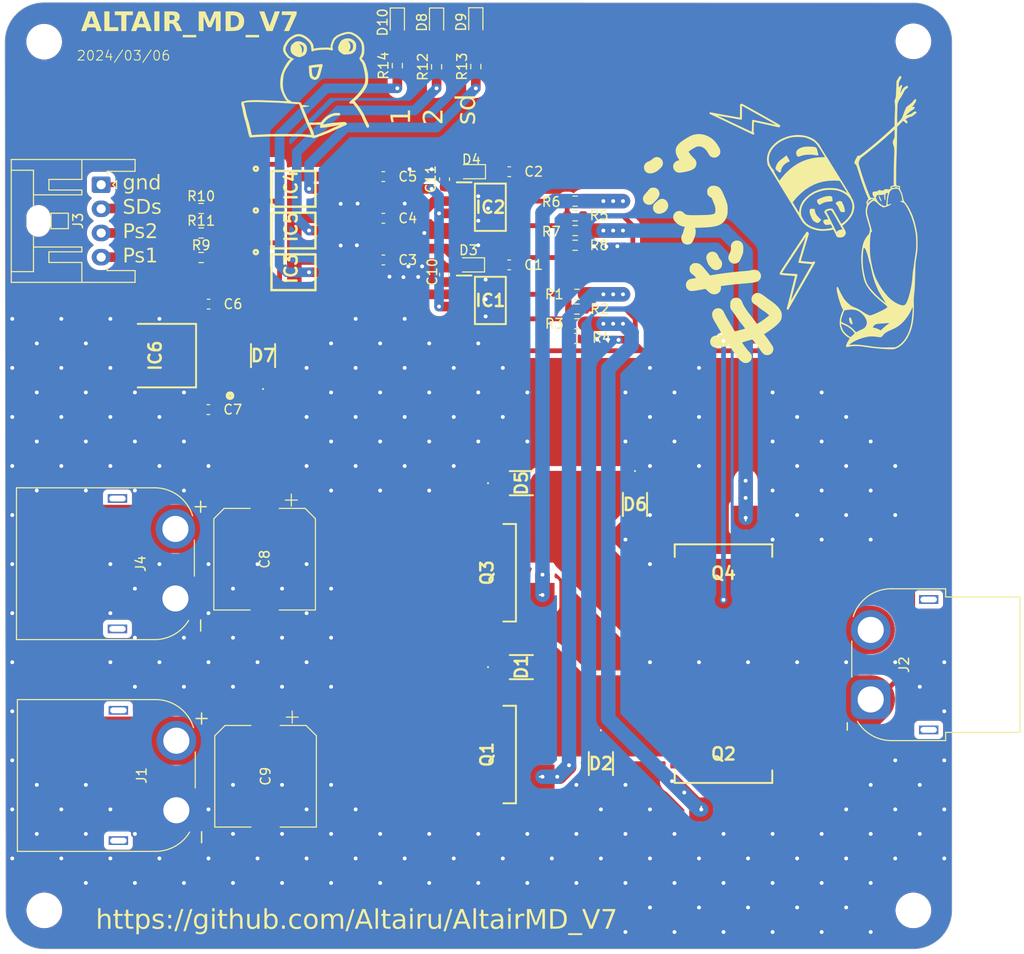
<source format=kicad_pcb>
(kicad_pcb (version 20240108) (generator "pcbnew") (generator_version "8.0")
  (layers (0 "F.Cu" signal) (31 "B.Cu" signal) (34 "B.Paste" user) (35 "F.Paste" user) (36 "B.SilkS" user "B.Silkscreen") (37 "F.SilkS" user "F.Silkscreen") (38 "B.Mask" user) (39 "F.Mask" user) (44 "Edge.Cuts" user))
  (net 0 "")
  (net 1 "GND")
  (net 2 "Net-(D3-K)")
  (net 3 "Net-(D1-A)")
  (net 4 "Net-(D4-K)")
  (net 5 "Net-(D5-A)")
  (net 6 "+12V")
  (net 7 "GND2")
  (net 8 "+24V")
  (net 9 "Net-(D8-A)")
  (net 10 "Net-(D9-A)")
  (net 11 "Net-(D10-A)")
  (net 12 "PWM1")
  (net 13 "SD")
  (net 14 "Net-(IC1-LO)")
  (net 15 "Net-(IC1-HO)")
  (net 16 "PWM2")
  (net 17 "Net-(IC2-LO)")
  (net 18 "Net-(IC2-HO)")
  (net 19 "Net-(IC3-ANODE)")
  (net 20 "Net-(IC4-ANODE)")
  (net 21 "Net-(IC5-ANODE)")
  (net 22 "Ps1")
  (net 23 "Ps2")
  (net 24 "SDs")
  (net 25 "Net-(Q1-Pad1)")
  (net 26 "Net-(Q2-Pad1)")
  (net 27 "Net-(Q3-Pad1)")
  (net 28 "Net-(Q4-Pad1)")
  (footprint "AltairMD_V6:altair1" (layer "F.Cu") (at 138.938 54.61)
    (property "Reference" "G***" (hide yes))
    (property "Value" "LOGO" (hide yes))
  )
  (footprint "Capacitor_SMD:CP_Elec_10x10" (layer "F.Cu") (at 132.816 103.632 -90)
    (property "Reference" "C8")
    (property "Value" "330uF")
  )
  (footprint "Resistor_SMD:R_0603_1608Metric" (layer "F.Cu") (at 165.163 79.248)
    (property "Reference" "R3")
    (property "Value" "10")
  )
  (footprint "SamacSys_Parts:RF201LAM2STR" (layer "F.Cu") (at 159.4 95.758 90)
    (property "Reference" "D5")
    (property "Value" "RF201LAM2STR" (hide yes))
  )
  (footprint "SamacSys_Parts:SOIC127P600X175-8N" (layer "F.Cu") (at 156.191 76.835)
    (property "Reference" "IC1")
    (property "Value" "IR2302STRPBF" (hide yes))
  )
  (footprint "MountingHole:MountingHole_3.2mm_M3" (layer "F.Cu") (at 200 50)
    (property "Reference" "H2" (hide yes))
    (property "Value" "MountingHole" (hide yes))
  )
  (footprint "Resistor_SMD:R_0603_1608Metric" (layer "F.Cu") (at 165.163 77.724 180)
    (property "Reference" "R2")
    (property "Value" "1k")
  )
  (footprint "Resistor_SMD:R_0603_1608Metric" (layer "F.Cu") (at 126.238 72.39)
    (property "Reference" "R9")
    (property "Value" "100")
  )
  (footprint "SamacSys_Parts:11-4L1S_5-PIN-SOIC_" (layer "F.Cu") (at 135.801 69.596 -90)
    (property "Reference" "IC5")
    (property "Value" "TLP152" (hide yes))
  )
  (footprint "Diode_SMD:D_0603_1608Metric" (layer "F.Cu") (at 154.2035 63.5 180)
    (property "Reference" "D4")
    (property "Value" "D" (hide yes))
  )
  (footprint "Resistor_SMD:R_0603_1608Metric" (layer "F.Cu") (at 164.972 69.596)
    (property "Reference" "R7")
    (property "Value" "10")
  )
  (footprint "SamacSys_Parts:R6024KNJTL" (layer "F.Cu") (at 180.333 105.717 180)
    (property "Reference" "Q4")
    (property "Value" "RSJ400N06FRATL" (hide yes))
  )
  (footprint "LOGO" (layer "F.Cu") (at 186.436 68.326 90)
    (property "Reference" "G***" (hide yes))
    (property "Value" "LOGO" (hide yes))
  )
  (footprint "LED_SMD:LED_0603_1608Metric" (layer "F.Cu") (at 154.686 48.006 -90)
    (property "Reference" "D9")
    (property "Value" "LED")
  )
  (footprint "Connector_AMASS:AMASS_XT60PW-M_1x02_P7.20mm_Horizontal" (layer "F.Cu") (at 123.576 107.696 90)
    (property "Reference" "J4")
    (property "Value" "power")
  )
  (footprint "SamacSys_Parts:TO-252-3-L1" (layer "F.Cu") (at 119.675 82.55 90)
    (property "Reference" "IC6")
    (property "Value" "NJM7800S-DL1" (hide yes))
  )
  (footprint "Resistor_SMD:R_0603_1608Metric" (layer "F.Cu") (at 150.622 52.641 90)
    (property "Reference" "R12")
    (property "Value" "1k")
  )
  (footprint "Diode_SMD:D_0603_1608Metric" (layer "F.Cu") (at 154.1025 73.152 180)
    (property "Reference" "D3")
    (property "Value" "D" (hide yes))
  )
  (footprint "Capacitor_SMD:CP_Elec_10x10" (layer "F.Cu") (at 132.912 126.11 -90)
    (property "Reference" "C9")
    (property "Value" "330uF")
  )
  (footprint "SamacSys_Parts:R6024KNJTL" (layer "F.Cu") (at 155.215 105.034 90)
    (property "Reference" "Q3")
    (property "Value" "RSJ400N06FRATL" (hide yes))
  )
  (footprint "SamacSys_Parts:RF201LAM2STR" (layer "F.Cu") (at 167.64 124.8)
    (property "Reference" "D2")
    (property "Value" "RF201LAM2STR" (hide yes))
  )
  (footprint "Capacitor_SMD:C_0603_1608Metric" (layer "F.Cu") (at 158.141 73.152 180)
    (property "Reference" "C1")
    (property "Value" "0.1u" (hide yes))
  )
  (footprint "Capacitor_SMD:C_0603_1608Metric" (layer "F.Cu") (at 151.447 74.155 90)
    (property "Reference" "C10")
    (property "Value" "0.1u")
  )
  (footprint "Capacitor_SMD:C_0603_1608Metric" (layer "F.Cu") (at 145.11 68.326)
    (property "Reference" "C4")
    (property "Value" "0.1u")
  )
  (footprint "Resistor_SMD:R_0603_1608Metric" (layer "F.Cu") (at 164.972 66.548)
    (property "Reference" "R6")
    (property "Value" "10")
  )
  (footprint "Resistor_SMD:R_0603_1608Metric" (layer "F.Cu") (at 126.238 69.85)
    (property "Reference" "R11")
    (property "Value" "100")
  )
  (footprint "Resistor_SMD:R_0603_1608Metric" (layer "F.Cu") (at 146.558 52.515 90)
    (property "Reference" "R14")
    (property "Value" "1k")
  )
  (footprint "Connector_JST:JST_XA_S04B-XASK-1_1x04_P2.50mm_Horizontal" (layer "F.Cu") (at 115.887 64.85 -90)
    (property "Reference" "J3")
    (property "Value" "Conn")
  )
  (footprint "Resistor_SMD:R_0603_1608Metric" (layer "F.Cu") (at 126.238 67.31)
    (property "Reference" "R10")
    (property "Value" "100")
  )
  (footprint "SamacSys_Parts:RF201LAM2STR" (layer "F.Cu") (at 159.4 114.808 90)
    (property "Reference" "D1")
    (property "Value" "RF201LAM2STR" (hide yes))
  )
  (footprint "SamacSys_Parts:RF201LAM2STR" (layer "F.Cu") (at 132.651 82.55 180)
    (property "Reference" "D7")
    (property "Value" "RF201LAM2STR" (hide yes))
  )
  (footprint "SamacSys_Parts:RF201LAM2STR" (layer "F.Cu") (at 171.17 97.958)
    (property "Reference" "D6")
    (property "Value" "RF201LAM2STR" (hide yes))
  )
  (footprint "Capacitor_SMD:C_0603_1608Metric" (layer "F.Cu") (at 127.013 77.216 180)
    (property "Reference" "C6")
    (property "Value" "0.1u")
  )
  (footprint "SamacSys_Parts:R6024KNJTL" (layer "F.Cu") (at 155.215 123.858 90)
    (property "Reference" "Q1")
    (property "Value" "RSJ400N06FRATL" (hide yes))
  )
  (footprint "Connector_AMASS:AMASS_XT60PW-M_1x02_P7.20mm_Horizontal" (layer "F.Cu") (at 123.672 129.628 90)
    (property "Reference" "J1")
    (property "Value" "power")
  )
  (footprint "Resistor_SMD:R_0603_1608Metric" (layer "F.Cu") (at 164.972 71.12 180)
    (property "Reference" "R8")
    (property "Value" "1k")
  )
  (footprint "Connector_AMASS:AMASS_XT60PW-F_1x02_P7.20mm_Horizontal" (layer "F.Cu") (at 195.58 118.154 -90)
    (property "Reference" "J2")
    (property "Value" "motor")
  )
  (footprint "Capacitor_SMD:C_0603_1608Metric" (layer "F.Cu") (at 145.11 64.008)
    (property "Reference" "C5")
    (property "Value" "0.1u")
  )
  (footprint "MountingHole:MountingHole_3.2mm_M3" (layer "F.Cu") (at 109.982 50.038)
    (property "Reference" "H1" (hide yes))
    (property "Value" "MountingHole" (hide yes))
  )
  (footprint "Capacitor_SMD:C_0603_1608Metric" (layer "F.Cu") (at 151.447 64.275 90)
    (property "Reference" "C11")
    (property "Value" "0.1u")
  )
  (footprint "Resistor_SMD:R_0603_1608Metric" (layer "F.Cu") (at 165.163 76.2)
    (property "Reference" "R1")
    (property "Value" "10")
  )
  (footprint "SamacSys_Parts:11-4L1S_5-PIN-SOIC_" (layer "F.Cu") (at 135.801 65.278 -90)
    (property "Reference" "IC4")
    (property "Value" "TLP152" (hide yes))
  )
  (footprint "SamacSys_Parts:SOIC127P600X175-8N" (layer "F.Cu") (at 156.191 67.183)
    (property "Reference" "IC2")
    (property "Value" "IR2302STRPBF" (hide yes))
  )
  (footprint "MountingHole:MountingHole_3.2mm_M3" (layer "F.Cu") (at 110 140)
    (property "Reference" "H3" (hide yes))
    (property "Value" "MountingHole" (hide yes))
  )
  (footprint "SamacSys_Parts:R6024KNJTL" (layer "F.Cu") (at 180.333 123.175)
    (property "Reference" "Q2")
    (property "Value" "RSJ400N06FRATL" (hide yes))
  )
  (footprint "Capacitor_SMD:C_0603_1608Metric" (layer "F.Cu") (at 145.11 72.644)
    (property "Reference" "C3")
    (property "Value" "0.1u")
  )
  (footprint "Resistor_SMD:R_0603_1608Metric" (layer "F.Cu") (at 164.972 68.072 180)
    (property "Reference" "R5")
    (property "Value" "1k")
  )
  (footprint "LED_SMD:LED_0603_1608Metric" (layer "F.Cu") (at 146.558 48.0315 -90)
    (property "Reference" "D10")
    (property "Value" "LED")
  )
  (footprint "MountingHole:MountingHole_3.2mm_M3" (layer "F.Cu") (at 200 140)
    (property "Reference" "H4" (hide yes))
    (property "Value" "MountingHole" (hide yes))
  )
  (footprint "SamacSys_Parts:11-4L1S_5-PIN-SOIC_" (layer "F.Cu") (at 135.801 73.914 -90)
    (property "Reference" "IC3")
    (property "Value" "TLP152" (hide yes))
  )
  (footprint "Capacitor_SMD:C_0603_1608Metric" (layer "F.Cu") (at 158.154 63.5 180)
    (property "Reference" "C2")
    (property "Value" "0.1u" (hide yes))
  )
  (footprint "Capacitor_SMD:C_0603_1608Metric" (layer "F.Cu") (at 126.987 88.138 180)
    (property "Reference" "C7")
    (property "Value" "47u")
  )
  (footprint "LED_SMD:LED_0603_1608Metric" (layer "F.Cu") (at 150.622 48.0315 -90)
    (property "Reference" "D8")
    (property "Value" "LED")
  )
  (footprint "Resistor_SMD:R_0603_1608Metric" (layer "F.Cu") (at 165.163 80.772 180)
    (property "Reference" "R4")
    (property "Value" "1k")
  )
  (footprint "Resistor_SMD:R_0603_1608Metric" (layer "F.Cu") (at 154.686 52.6155 90)
    (property "Reference" "R13")
    (property "Value" "1k")
  )
  (gr_line (start 105.918 50.038) (end 106 140) (stroke (width 0.05)) (layer "Edge.Cuts"))
  (gr_arc (start 200 46) (mid 202.828427 47.171573) (end 204 50) (stroke (width 0.05)) (layer "Edge.Cuts"))
  (gr_line (start 204 140) (end 204 50) (stroke (width 0.05)) (layer "Edge.Cuts"))
  (gr_arc (start 110 144) (mid 107.171573 142.828427) (end 106 140) (stroke (width 0.05)) (layer "Edge.Cuts"))
  (gr_arc (start 105.918 50.038) (mid 107.108318 47.164318) (end 109.982 45.974) (stroke (width 0.05)) (layer "Edge.Cuts"))
  (gr_arc (start 204 140) (mid 202.828427 142.828427) (end 200 144) (stroke (width 0.05)) (layer "Edge.Cuts"))
  (gr_line (start 200 46) (end 109.982 45.974) (stroke (width 0.05)) (layer "Edge.Cuts"))
  (gr_line (start 110 144) (end 200 144) (stroke (width 0.05)) (layer "Edge.Cuts"))
  (gr_text "gnd\nSDs\nPs2\nPs1" (at 118.11 73.152 0) (layer "F.SilkS") (effects (font (size 1.5 1.5)) (justify left bottom)))
  (gr_text "1\n2\nsd" (at 154.94 58.674 90) (layer "F.SilkS") (effects (font (size 2 2)) (justify left bottom)))
  (gr_text "2024/03/06" (at 113.284 52.07 0) (layer "F.SilkS") (effects (font (size 1 1) (thickness 0.1)) (justify left bottom)))
  (gr_text "ALTAIR_MD_V7\n" (at 113.792 49.276 0) (layer "F.SilkS") (effects (font (size 2 2) (thickness 0.3) (bold yes)) (justify left bottom)))
  (gr_text "https://github.com/Altairu/AltairMD_V7" (at 115.316 142.24 0) (layer "F.SilkS") (effects (font (size 2 2)) (justify left bottom)))
  (segment (start 134.112 75.184) (end 132.651 75.184) (width 0.5) (layer "F.Cu") (net 1))
  (segment (start 134.366 67.056) (end 134.366 70.866) (width 0.5) (layer "F.Cu") (net 1))
  (segment (start 126.666 64.85) (end 115.887 64.85) (width 0.5) (layer "F.Cu") (net 1))
  (segment (start 132.651 70.866) (end 134.366 70.866) (width 0.5) (layer "F.Cu") (net 1))
  (segment (start 134.366 62.738) (end 128.778 62.738) (width 0.5) (layer "F.Cu") (net 1))
  (segment (start 128.778 62.738) (end 126.666 64.85) (width 0.5) (layer "F.Cu") (net 1))
  (segment (start 134.366 70.866) (end 134.366 74.93) (width 0.5) (layer "F.Cu") (net 1))
  (segment (start 132.651 66.548) (end 133.858 66.548) (width 0.5) (layer "F.Cu") (net 1))
  (segment (start 133.858 66.548) (end 134.366 67.056) (width 0.5) (layer "F.Cu") (net 1))
  (segment (start 134.366 74.93) (end 134.112 75.184) (width 0.5) (layer "F.Cu") (net 1))
  (segment (start 134.366 67.056) (end 134.366 62.738) (width 0.5) (layer "F.Cu") (net 1))
  (segment (start 157.988 71.628) (end 158.916 72.556) (width 0.5) (layer "F.Cu") (net 2))
  (segment (start 154.89 73.152) (end 154.89 72.694) (width 0.5) (layer "F.Cu") (net 2))
  (segment (start 158.916 72.556) (end 158.916 73.152) (width 0.5) (layer "F.Cu") (net 2))
  (segment (start 154.89 72.694) (end 155.956 71.628) (width 0.5) (layer "F.Cu") (net 2))
  (segment (start 158.916 74.917) (end 158.903 74.93) (width 0.5) (layer "F.Cu") (net 2))
  (segment (start 155.956 71.628) (end 157.988 71.628) (width 0.5) (layer "F.Cu") (net 2))
  (segment (start 158.916 73.152) (end 158.916 74.917) (width 0.5) (layer "F.Cu") (net 2))
  (segment (start 161.6 121.548) (end 161.59 121.558) (width 1.5) (layer "F.Cu") (net 3))
  (segment (start 170.434 82.042) (end 171.196 81.28) (width 0.5) (layer "F.Cu") (net 3))
  (segment (start 180.333 121.05) (end 192.684 121.05) (width 5) (layer "F.Cu") (net 3))
  (segment (start 179.825 121.558) (end 161.59 121.558) (width 5) (layer "F.Cu") (net 3))
  (segment (start 195.58 118.154) (end 164.946 118.154) (width 5) (layer "F.Cu") (net 3))
  (segment (start 171.196 81.28) (end 171.958 82.042) (width 0.5) (layer "F.Cu") (net 3))
  (segment (start 170.18 77.724) (end 165.988 77.724) (width 0.5) (layer "F.Cu") (net 3))
  (segment (start 157.48 76.962) (end 157.48 80.264) (width 0.5) (layer "F.Cu") (net 3))
  (segment (start 170.18 82.042) (end 171.196 82.042) (width 0.5) (layer "F.Cu") (net 3))
  (segment (start 199.9234 91.7194) (end 199.9234 114.5006) (width 0.5) (layer "F.Cu") (net 3))
  (segment (start 157.988 77.47) (end 158.903 77.47) (width 0.5) (layer "F.Cu") (net 3))
  (segment (start 157.366 73.152) (end 157.366 76.848) (width 0.5) (layer "F.Cu") (net 3))
  (segment (start 171.196 81.28) (end 171.196 78.74) (width 0.5) (layer "F.Cu") (net 3))
  (segment (start 171.196 81.28) (end 171.196 82.042) (width 0.5) (layer "F.Cu") (net 3))
  (segment (start 161.6 114.808) (end 161.6 121.548) (width 5) (layer "F.Cu") (net 3))
  (segment (start 190.246 82.042) (end 199.9234 91.7194) (width 0.5) (layer "F.Cu") (net 3))
  (segment (start 157.366 76.848) (end 157.48 76.962) (width 0.5) (layer "F.Cu") (net 3))
  (segment (start 170.18 82.042) (end 170.434 82.042) (width 0.5) (layer "F.Cu") (net 3))
  (segment (start 164.946 118.154) (end 161.6 114.808) (width 5) (layer "F.Cu") (net 3))
  (segment (start 157.48 80.264) (end 159.258 82.042) (width 0.5) (layer "F.Cu") (net 3))
  (segment (start 180.333 121.05) (end 179.825 121.558) (width 5) (layer "F.Cu") (net 3))
  (segment (start 171.196 82.042) (end 171.958 82.042) (width 0.5) (layer "F.Cu") (net 3))
  (segment (start 157.48 76.962) (end 157.988 77.47) (width 0.5) (layer "F.Cu") (net 3))
  (segment (start 192.684 121.05) (end 195.58 118.154) (width 5) (layer "F.Cu") (net 3))
  (segment (start 171.196 78.74) (end 170.18 77.724) (width 0.5) (layer "F.Cu") (net 3))
  (segment (start 159.258 82.042) (end 170.18 82.042) (width 0.5) (layer "F.Cu") (net 3))
  (segment (start 199.9234 114.5006) (end 196.27 118.154) (width 0.5) (layer "F.Cu") (net 3))
  (segment (start 171.958 82.042) (end 190.246 82.042) (width 0.5) (layer "F.Cu") (net 3))
  (segment (start 156.515 61.976) (end 157.405 61.976) (width 0.5) (layer "F.Cu") (net 4))
  (segment (start 158.929 63.5) (end 158.929 65.252) (width 0.5) (layer "F.Cu") (net 4))
  (segment (start 154.991 63.5) (end 156.515 61.976) (width 0.5) (layer "F.Cu") (net 4))
  (segment (start 157.405 61.976) (end 158.929 63.5) (width 0.5) (layer "F.Cu") (net 4))
  (segment (start 158.929 65.252) (end 158.903 65.278) (width 0.5) (layer "F.Cu") (net 4))
  (segment (start 170.434 72.898) (end 170.942 72.898) (width 0.5) (layer "F.Cu") (net 5))
  (segment (start 171.17 95.758) (end 166.611 100.317) (width 2.54) (layer "F.Cu") (net 5))
  (segment (start 169.926 72.39) (end 170.18 72.644) (width 0.5) (layer "F.Cu") (net 5))
  (segment (start 170.561 72.263) (end 170.18 72.644) (width 0.5) (layer "F.Cu") (net 5))
  (segment (start 168.148 95.758) (end 170.18 95.758) (width 2.54) (layer "F.Cu") (net 5))
  (segment (start 170.942 71.374) (end 170.942 72.898) (width 0.5) (layer "F.Cu") (net 5))
  (segment (start 173.11 110.954) (end 169.998 107.842) (width 5) (layer "F.Cu") (net 5))
  (segment (start 158.1855 67.818) (end 158.903 67.818) (width 0.5) (layer "F.Cu") (net 5))
  (segment (start 164.592 95.758) (end 168.148 95.758) (width 2.54) (layer "F.Cu") (net 5))
  (segment (start 169.926 68.072) (end 165.797 68.072) (width 0.5) (layer "F.Cu") (net 5))
  (segment (start 164.592 99.314) (end 164.89 99.612) (width 5) (layer "F.Cu") (net 5))
  (segment (start 170.307 72.009) (end 170.561 71.755) (width 0.5) (layer "F.Cu") (net 5))
  (segment (start 170.942 72.644) (end 170.942 72.898) (width 0.5) (layer "F.Cu") (net 5))
  (segment (start 170.942 73.66) (end 178.308 81.026) (width 0.5) (layer "F.Cu") (net 5))
  (segment (start 173.11 110.954) (end 173.11 110.305937) (width 5) (layer "F.Cu") (net 5))
  (segment (start 164.89 102.038) (end 164.89 102.734) (width 2.54) (layer "F.Cu") (net 5))
  (segment (start 161.6 95.758) (end 164.592 95.758) (width 2.54) (layer "F.Cu") (net 5))
  (segment (start 161.6 99.314) (end 161.6 98.75) (width 2.54) (layer "F.Cu") (net 5))
  (segment (start 173.758063 110.954) (end 173.11 110.954) (width 5) (layer "F.Cu") (net 5))
  (segment (start 166.333 104.177) (end 169.998 107.842) (width 5) (layer "F.Cu") (net 5))
  (segment (start 170.942 69.088) (end 169.926 68.072) (width 0.5) (layer "F.Cu") (net 5))
  (segment (start 170.561 72.263) (end 170.942 72.644) (width 0.5) (layer "F.Cu") (net 5))
  (segment (start 195.58 110.954) (end 193.04 110.954) (width 5) (layer "F.Cu") (net 5))
  (segment (start 170.942 71.374) (end 170.942 69.088) (width 0.5) (layer "F.Cu") (net 5))
  (segment (start 171.17 95.758) (end 168.148 95.758) (width 2.54) (layer "F.Cu") (net 5))
  (segment (start 169.998 107.842) (end 170.398 107.442) (width 5) (layer "F.Cu") (net 5))
  (segment (start 170.561 71.755) (end 170.561 72.263) (width 0.5) (layer "F.Cu") (net 5))
  (segment (start 161.6 98.75) (end 164.592 95.758) (width 2.54) (layer "F.Cu") (net 5))
  (segment (start 164.592 99.314) (end 161.6 99.314) (width 2.54) (layer "F.Cu") (net 5))
  (segment (start 170.942 72.898) (end 170.942 73.66) (width 0.5) (layer "F.Cu") (net 5))
  (segment (start 170.561 72.263) (end 170.561 72.771) (width 0.5) (layer "F.Cu") (net 5))
  (segment (start 161.6 95.758) (end 161.6 99.314) (width 2.54) (layer "F.Cu") (net 5))
  (segment (start 164.89 102.734) (end 166.333 104.177) (width 5) (layer "F.Cu") (net 5))
  (segment (start 193.04 110.954) (end 183.445 110.954) (width 5) (layer "F.Cu") (net 5))
  (segment (start 166.611 100.317) (end 166.611 103.899) (width 2.54) (layer "F.Cu") (net 5))
  (segment (start 166.981063 104.177) (end 166.333 104.177) (width 5) (layer "F.Cu") (net 5))
  (segment (start 178.308 81.026) (end 180.34 81.026) (width 0.5) (layer "F.Cu") (net 5))
  (segment (start 169.672 72.39) (end 169.926 72.39) (width 0.5) (layer "F.Cu") (net 5))
  (segment (start 183.445 110.954) (end 180.333 107.842) (width 5) (layer "F.Cu") (net 5))
  (segment (start 169.672 72.39) (end 170.942 73.66) (width 0.5) (layer "F.Cu") (net 5))
  (segment (start 166.611 103.899) (end 166.333 104.177) (width 2.54) (layer "F.Cu") (net 5))
  (segment (start 195.58 110.954) (end 173.758063 110.954) (width 5) (layer "F.Cu") (net 5))
  (segment (start 161.6 102.724) (end 161.59 102.734) (width 2.54) (layer "F.Cu") (net 5))
  (segment (start 169.926 72.39) (end 170.307 72.009) (width 0.5) (layer "F.Cu") (net 5))
  (segment (start 157.379 63.5) (end 157.379 67.0115) (width 0.5) (layer "F.Cu") (net 5))
  (segment (start 160.02 72.39) (end 169.672 72.39) (width 0.5) (layer "F.Cu") (net 5))
  (segment (start 168.148 95.758) (end 164.592 99.314) (width 2.54) (layer "F.Cu") (net 5))
  (segment (start 170.18 95.758) (end 161.6 95.758) (width 2.54) (layer "F.Cu") (net 5))
  (segment (start 161.6 99.314) (end 161.6 102.724) (width 2.54) (layer "F.Cu") (net 5))
  (segment (start 170.18 72.644) (end 170.434 72.898) (width 0.5) (layer "F.Cu") (net 5))
  (segment (start 170.18 95.758) (end 171.17 95.758) (width 2.54) (layer "F.Cu") (net 5))
  (segment (start 170.561 72.771) (end 170.434 72.898) (width 0.5) (layer "F.Cu") (net 5))
  (segment (start 170.561 71.755) (end 170.942 71.374) (width 0.5) (layer "F.Cu") (net 5))
  (segment (start 157.379 69.749) (end 160.02 72.39) (width 0.5) (layer "F.Cu") (net 5))
  (segment (start 157.379 67.0115) (end 158.1855 67.818) (width 0.5) (layer "F.Cu") (net 5))
  (segment (start 173.11 110.305937) (end 166.981063 104.177) (width 5) (layer "F.Cu") (net 5))
  (segment (start 189.528 107.442) (end 193.04 110.954) (width 5) (layer "F.Cu") (net 5))
  (segment (start 169.998 107.842) (end 180.333 107.842) (width 5) (layer "F.Cu") (net 5))
  (segment (start 157.379 67.0115) (end 157.379 69.749) (width 0.5) (layer "F.Cu") (net 5))
  (segment (start 166.611 100.317) (end 164.89 102.038) (width 2.54) (layer "F.Cu") (net 5))
  (segment (start 170.398 107.442) (end 189.528 107.442) (width 5) (layer "F.Cu") (net 5))
  (segment (start 170.307 72.009) (end 170.561 72.263) (width 0.5) (layer "F.Cu") (net 5))
  (segment (start 164.89 99.612) (end 164.89 102.734) (width 5) (layer "F.Cu") (net 5))
  (via (at 180.34 81.026) (size 0.8) (drill 0.4) (layers "F.Cu" "B.Cu") (net 5))
  (via (at 180.333 107.842) (size 0.8) (drill 0.4) (layers "F.Cu" "B.Cu") (net 5))
  (segment (start 180.34 83.044) (end 180.333 83.051) (width 0.5) (layer "B.Cu") (net 5))
  (segment (start 180.34 81.026) (end 180.34 83.044) (width 0.5) (layer "B.Cu") (net 5))
  (segment (start 180.333 83.051) (end 180.333 107.842) (width 0.5) (layer "B.Cu") (net 5))
  (segment (start 130.556 79.248) (end 131.826 79.248) (width 1) (layer "F.Cu") (net 6))
  (segment (start 133.858 77.724) (end 135.636 75.946) (width 1) (layer "F.Cu") (net 6))
  (segment (start 132.551 80.25) (end 132.651 80.35) (width 1) (layer "F.Cu") (net 6))
  (segment (start 153.416 63.5) (end 153.416 65.215) (width 1) (layer "F.Cu") (net 6))
  (segment (start 127.788 78.486) (end 127.788 79.248) (width 1) (layer "F.Cu") (net 6))
  (segment (start 129.032 79.248) (end 129.032 79.742) (width 1) (layer "F.Cu") (net 6))
  (segment (start 136.144 76.454) (end 136.144 65.024) (width 1) (layer "F.Cu") (net 6))
  (segment (start 131.826 79.248) (end 133.604 79.248) (width 1) (layer "F.Cu") (net 6))
  (segment (start 153.416 62.484) (end 153.416 63.5) (width 1) (layer "F.Cu") (net 6))
  (segment (start 152.4 61.468) (end 153.416 62.484) (width 1) (layer "F.Cu") (net 6))
  (segment (start 135.89 77.724) (end 136.271 78.105) (width 1) (layer "F.Cu") (net 6))
  (segment (start 153.315 73.152) (end 153.315 74.766) (width 1) (layer "F.Cu") (net 6))
  (segment (start 136.271 76.581) (end 136.271 78.105) (width 1) (layer "F.Cu") (net 6))
  (segment (start 135.382 77.724) (end 135.89 77.724) (width 1) (layer "F.Cu") (net 6))
  (segment (start 144.335 63.774852) (end 146.641852 61.468) (width 1) (layer "F.Cu") (net 6))
  (segment (start 133.604 79.248) (end 133.985 79.629) (width 1) (layer "F.Cu") (net 6))
  (segment (start 153.416 65.215) (end 153.479 65.278) (width 1) (layer "F.Cu") (net 6))
  (segment (start 127.725 80.25) (end 132.551 80.25) (width 1) (layer "F.Cu") (net 6))
  (segment (start 137.16 64.008) (end 136.144 64.008) (width 1) (layer "F.Cu") (net 6))
  (segment (start 135.636 75.946) (end 136.271 76.581) (width 1) (layer "F.Cu") (net 6))
  (segment (start 127.788 77.724) (end 135.382 77.724) (width 1) (layer "F.Cu") (net 6))
  (segment (start 127.788 77.724) (end 127.788 78.486) (width 1) (layer "F.Cu") (net 6))
  (segment (start 135.89 72.644) (end 135.636 72.898) (width 1) (layer "F.Cu") (net 6))
  (segment (start 145.193 71.469) (end 151.632 71.469) (width 1) (layer "F.Cu") (net 6))
  (segment (start 127.725 80.25) (end 129.54 80.25) (width 1) (layer "F.Cu") (net 6))
  (segment (start 134.026 80.35) (end 132.651 80.35) (width 1) (layer "F.Cu") (net 6))
  (segment (start 138.951 68.326) (end 135.89 68.326) (width 1) (layer "F.Cu") (net 6))
  (segment (start 153.315 74.766) (end 153.479 74.93) (width 1) (layer "F.Cu") (net 6))
  (segment (start 153.251 65.05) (end 153.479 65.278) (width 1) (layer "F.Cu") (net 6))
  (segment (start 127.788 77.216) (end 127.788 77.724) (width 1) (layer "F.Cu") (net 6))
  (segment (start 135.128 78.486) (end 135.509 78.867) (width 1) (layer "F.Cu") (net 6))
  (segment (start 134.366 77.216) (end 135.636 75.946) (width 1) (layer "F.Cu") (net 6))
  (segment (start 127.788 78.486) (end 135.128 78.486) (width 1) (layer "F.Cu") (net 6))
  (segment (start 127.788 80.187) (end 127.725 80.25) (width 1) (layer "F.Cu") (net 6))
  (segment (start 127.788 79.248) (end 127.788 80.187) (width 1) (layer "F.Cu") (net 6))
  (segment (start 129.032 79.248) (end 130.048 79.248) (width 1) (layer "F.Cu") (net 6))
  (segment (start 135.509 78.867) (end 134.026 80.35) (width 1) (layer "F.Cu") (net 6))
  (segment (start 127.725 80.25) (end 133.364 80.25) (width 1) (layer "F.Cu") (net 6))
  (segment (start 130.556 79.248) (end 130.556 79.982) (width 1) (layer "F.Cu") (net 6))
  (segment (start 129.032 79.742) (end 129.54 80.25) (width 1) (layer "F.Cu") (net 6))
  (segment (start 144.335 72.644) (end 138.951 72.644) (width 1) (layer "F.Cu") (net 6))
  (segment (start 129.54 80.25) (end 130.048 80.25) (width 1) (layer "F.Cu") (net 6))
  (segment (start 135.89 68.326) (end 135.636 68.58) (width 1) (layer "F.Cu") (net 6))
  (segment (start 136.271 78.105) (end 135.509 78.867) (width 1) (layer "F.Cu") (net 6))
  (segment (start 136.271 76.581) (end 136.144 76.454) (width 1) (layer "F.Cu") (net 6))
  (segment (start 151.632 71.469) (end 153.315 73.152) (width 1) (layer "F.Cu") (net 6))
  (segment (start 133.364 80.25) (end 133.985 79.629) (width 1) (layer "F.Cu") (net 6))
  (segment (start 136.144 65.024) (end 136.144 64.008) (width 1) (layer "F.Cu") (net 6))
  (segment (start 130.048 80.25) (end 130.824 80.25) (width 1) (layer "F.Cu") (net 6))
  (segment (start 146.641852 61.468) (end 152.4 61.468) (width 1) (layer "F.Cu") (net 6))
  (segment (start 151.447 74.93) (end 153.479 74.93) (width 1) (layer "F.Cu") (net 6))
  (segment (start 130.556 79.982) (end 130.824 80.25) (width 1) (layer "F.Cu") (net 6))
  (segment (start 138.951 68.326) (end 144.335 68.326) (width 1) (layer "F.Cu") (net 6))
  (segment (start 127.788 77.216) (end 134.366 77.216) (width 1) (layer "F.Cu") (net 6))
  (segment (start 130.048 79.248) (end 130.556 79.248) (width 1) (layer "F.Cu") (net 6))
  (segment (start 127.788 79.248) (end 129.032 79.248) (width 1) (layer "F.Cu") (net 6))
  (segment (start 130.048 79.248) (end 130.048 80.25) (width 1) (layer "F.Cu") (net 6))
  (segment (start 144.335 64.008) (end 144.335 63.774852) (width 1) (layer "F.Cu") (net 6))
  (segment (start 130.824 80.25) (end 131.826 79.248) (width 1) (layer "F.Cu") (net 6))
  (segment (start 135.636 68.58) (end 135.636 72.898) (width 1) (layer "F.Cu") (net 6))
  (segment (start 136.144 64.008) (end 135.636 64.008) (width 1) (layer "F.Cu") (net 6))
  (segment (start 135.636 64.008) (end 135.636 68.58) (width 1) (layer "F.Cu") (net 6))
  (segment (start 144.335 72.644) (end 144.335 72.327) (width 1) (layer "F.Cu") (net 6))
  (segment (start 138.951 64.008) (end 137.16 64.008) (width 1) (layer "F.Cu") (net 6))
  (segment (start 151.447 65.05) (end 153.251 65.05) (width 1) (layer "F.Cu") (net 6))
  (segment (start 138.951 64.008) (end 144.335 64.008) (width 1) (layer "F.Cu") (net 6))
  (segment (start 138.951 72.644) (end 135.89 72.644) (width 1) (layer "F.Cu") (net 6))
  (segment (start 144.335 72.327) (end 145.193 71.469) (width 1) (layer "F.Cu") (net 6))
  (segment (start 135.636 72.898) (end 135.636 77.216) (width 1) (layer "F.Cu") (net 6))
  (segment (start 133.985 79.629) (end 135.128 78.486) (width 1) (layer "F.Cu") (net 6))
  (via (at 180.34 142.24) (size 0.8) (drill 0.4) (layers "F.Cu" "B.Cu") (net 7))
  (via (at 114.3 91.44) (size 0.8) (drill 0.4) (layers "F.Cu" "B.Cu") (net 7))
  (via (at 157.48 83.82) (size 0.8) (drill 0.4) (layers "F.Cu" "B.Cu") (net 7))
  (via (at 177.8 93.98) (size 0.8) (drill 0.4) (layers "F.Cu" "B.Cu") (net 7))
  (via (at 144.78 96.52) (size 0.8) (drill 0.4) (layers "F.Cu" "B.Cu") (net 7))
  (via (at 180.34 137.16) (size 0.8) (drill 0.4) (layers "F.Cu" "B.Cu") (net 7))
  (via (at 190.5 101.6) (size 0.8) (drill 0.4) (layers "F.Cu" "B.Cu") (net 7))
  (via (at 170.18 91.44) (size 0.8) (drill 0.4) (layers "F.Cu" "B.Cu") (net 7))
  (via (at 109.22 127) (size 0.8) (drill 0.4) (layers "F.Cu" "B.Cu") (net 7))
  (via (at 193.04 93.98) (size 0.8) (drill 0.4) (layers "F.Cu" "B.Cu") (net 7))
  (via (at 193.04 88.9) (size 0.8) (drill 0.4) (layers "F.Cu" "B.Cu") (net 7))
  (via (at 195.58 137.16) (size 0.8) (drill 0.4) (layers "F.Cu" "B.Cu") (net 7))
  (via (at 119.38 137.16) (size 0.8) (drill 0.4) (layers "F.Cu" "B.Cu") (net 7))
  (via (at 116.84 109.22) (size 0.8) (drill 0.4) (layers "F.Cu" "B.Cu") (net 7))
  (via (at 139.7 127) (size 0.8) (drill 0.4) (layers "F.Cu" "B.Cu") (net 7))
  (via (at 134.62 106.68) (size 0.8) (drill 0.4) (layers "F.Cu" "B.Cu") (net 7))
  (via (at 160.02 132.08) (size 0.8) (drill 0.4) (layers "F.Cu" "B.Cu") (net 7))
  (via (at 170.18 132.08) (size 0.8) (drill 0.4) (layers "F.Cu" "B.Cu") (net 7))
  (via (at 116.84 134.62) (size 0.8) (drill 0.4) (layers "F.Cu" "B.Cu") (net 7))
  (via (at 132.08 134.62) (size 0.8) (drill 0.4) (layers "F.Cu" "B.Cu") (net 7))
  (via (at 111.76 93.98) (size 0.8) (drill 0.4) (layers "F.Cu" "B.Cu") (net 7))
  (via (at 144.78 81.28) (size 0.8) (drill 0.4) (layers "F.Cu" "B.Cu") (net 7))
  (via (at 198.12 93.98) (size 0.8) (drill 0.4) (layers "F.Cu" "B.Cu") (net 7))
  (via (at 109.22 132.08) (size 0.8) (drill 0.4) (layers "F.Cu" "B.Cu") (net 7))
  (via (at 165.1 127) (size 0.8) (drill 0.4) (layers "F.Cu" "B.Cu") (net 7))
  (via (at 119.38 106.68) (size 0.8) (drill 0.4) (layers "F.Cu" "B.Cu") (net 7))
  (via (at 139.7 96.52) (size 0.8) (drill 0.4) (layers "F.Cu" "B.Cu") (net 7))
  (via (at 114.3 132.08) (size 0.8) (drill 0.4) (layers "F.Cu" "B.Cu") (net 7))
  (via (at 185.42 137.16) (size 0.8) (drill 0.4) (layers "F.Cu" "B.Cu") (net 7))
  (via (at 167.64 134.62) (size 0.8) (drill 0.4) (layers "F.Cu" "B.Cu") (net 7))
  (via (at 152.4 134.62) (size 0.8) (drill 0.4) (layers "F.Cu" "B.Cu") (net 7))
  (via (at 144.78 132.08) (size 0.8) (drill 0.4) (layers "F.Cu" "B.Cu") (net 7))
  (via (at 142.24 93.98) (size 0.8) (drill 0.4) (layers "F.Cu" "B.Cu") (net 7))
  (via (at 147.701 73.3044) (size 0.8) (drill 0.4) (layers "F.Cu" "B.Cu") (net 7))
  (via (at 200.66 127) (size 0.8) (drill 0.4) (layers "F.Cu" "B.Cu") (net 7))
  (via (at 139.7 111.76) (size 0.8) (drill 0.4) (layers "F.Cu" "B.Cu") (net 7))
  (via (at 106.68 93.98) (size 0.8) (drill 0.4) (layers "F.Cu" "B.Cu") (net 7))
  (via (at 147.32 134.62) (size 0.8) (drill 0.4) (layers "F.Cu" "B.Cu") (net 7))
  (via (at 185.42 101.6) (size 0.8) (drill 0.4) (layers "F.Cu" "B.Cu") (net 7))
  (via (at 193.04 134.62) (size 0.8) (drill 0.4) (layers "F.Cu" "B.Cu") (net 7))
  (via (at 140.6906 71.1454) (size 0.8) (drill 0.4) (layers "F.Cu" "B.Cu") (net 7))
  (via (at 182.88 114.3) (size 0.8) (drill 0.4) (layers "F.Cu" "B.Cu") (net 7))
  (via (at 170.18 86.36) (size 0.8) (drill 0.4) (layers "F.Cu" "B.Cu") (net 7))
  (via (at 187.96 99.06) (size 0.8) (drill 0.4) (layers "F.Cu" "B.Cu") (net 7))
  (via (at 119.38 96.52) (size 0.8) (drill 0.4) (layers "F.Cu" "B.Cu") (net 7))
  (via (at 106.68 114.3) (size 0.8) (drill 0.4) (layers "F.Cu" "B.Cu") (net 7))
  (via (at 172.72 139.7) (size 0.8) (drill 0.4) (layers "F.Cu" "B.Cu") (net 7))
  (via (at 106.68 134.62) (size 0.8) (drill 0.4) (layers "F.Cu" "B.Cu") (net 7))
  (via (at 172.72 93.98) (size 0.8) (drill 0.4) (layers "F.Cu" "B.Cu") (net 7))
  (via (at 134.62 111.76) (size 0.8) (drill 0.4) (layers "F.Cu" "B.Cu") (net 7))
  (via (at 190.5 137.16) (size 0.8) (drill 0.4) (layers "F.Cu" "B.Cu") (net 7))
  (via (at 111.76 129.54) (size 0.8) (drill 0.4) (layers "F.Cu" "B.Cu") (net 7))
  (via (at 116.84 129.54) (size 0.8) (drill 0.4) (layers "F.Cu" "B.Cu") (net 7))
  (via (at 106.68 109.22) (size 0.8) (drill 0.4) (layers "F.Cu" "B.Cu") (net 7))
  (via (at 121.92 88.9) (size 0.8) (drill 0.4) (layers "F.Cu" "B.Cu") (net 7))
  (via (at 121.92 114.3) (size 0.8) (drill 0.4) (layers "F.Cu" "B.Cu") (net 7))
  (via (at 147.32 93.98) (size 0.8) (drill 0.4) (layers "F.Cu" "B.Cu") (net 7))
  (via (at 142.367 71.12) (size 0.8) (drill 0.4) (layers "F.Cu" "B.Cu") (net 7))
  (via (at 134.62 132.08) (size 0.8) (drill 0.4) (layers "F.Cu" "B.Cu") (net 7))
  (via (at 177.8 139.7) (size 0.8) (drill 0.4) (layers "F.Cu" "B.Cu") (net 7))
  (via (at 129.54 132.08) (size 0.8) (drill 0.4) (layers "F.Cu" "B.Cu") (net 7))
  (via (at 119.38 111.76) (size 0.8) (drill 0.4) (layers "F.Cu" "B.Cu") (net 7))
  (via (at 139.7 137.16) (size 0.8) (drill 0.4) (layers "F.Cu" "B.Cu") (net 7))
  (via (at 169.3418 71.2216) (size 0.8) (drill 0.4) (layers "F.Cu" "B.Cu") (net 7))
  (via (at 109.22 86.36) (size 0.8) (drill 0.4) (layers "F.Cu" "B.Cu") (net 7))
  (via (at 187.96 139.7) (size 0.8) (drill 0.4) (layers "F.Cu" "B.Cu") (net 7))
  (via (at 121.92 134.62) (size 0.8) (drill 0.4) (layers "F.Cu" "B.Cu") (net 7))
  (via (at 190.5 96.52) (size 0.8) (drill 0.4) (layers "F.Cu" "B.Cu") (net 7))
  (via (at 154.94 66.04) (size 0.8) (drill 0.4) (layers "F.Cu" "B.Cu") (net 7))
  (via (at 172.72 99.06) (size 0.8) (drill 0.4) (layers "F.Cu" "B.Cu") (net 7))
  (via (at 152.4 83.82) (size 0.8) (drill 0.4) (layers "F.Cu" "B.Cu") (net 7))
  (via (at 154.94 132.08) (size 0.8) (drill 0.4) (layers "F.Cu" "B.Cu") (net 7))
  (via (at 142.24 83.82) (size 0.8) (drill 0.4) (layers "F.Cu" "B.Cu") (net 7))
  (via (at 187.96 93.98) (size 0.8) (drill 0.4) (layers "F.Cu" "B.Cu") (net 7))
  (via (at 116.84 83.82) (size 0.8) (drill 0.4) (layers "F.Cu" "B.Cu") (net 7))
  (via (at 137.16 134.62) (size 0.8) (drill 0.4) (layers "F.Cu" "B.Cu") (net 7))
  (via (at 193.04 99.06) (size 0.8) (drill 0.4) (layers "F.Cu" "B.Cu") (net 7))
  (via (at 137.16 83.82) (size 0.8) (drill 0.4) (layers "F.Cu" "B.Cu") (net 7))
  (via (at 172.72 134.62) (size 0.8) (drill 0.4) (layers "F.Cu" "B.Cu") (net 7))
  (via (at 121.92 78.74) (size 0.8) (drill 0.4) (layers "F.Cu" "B.Cu") (net 7))
  (via (at 157.48 88.9) (size 0.8) (drill 0.4) (layers "F.Cu" "B.Cu") (net 7))
  (via (at 187.96 114.3) (size 0.8) (drill 0.4) (layers "F.Cu" "B.Cu") (net 7))
  (via (at 149.86 96.52) (size 0.8) (drill 0.4) (layers "F.Cu" "B.Cu") (net 7))
  (via (at 147.193 74.422) (size 0.8) (drill 0.4) (layers "F.Cu" "B.Cu") (net 7))
  (via (at 121.92 104.14) (size 0.8) (drill 0.4) (layers "F.Cu" "B.Cu") (net 7))
  (via (at 198.12 124.46) (size 0.8) (drill 0.4) (layers "F.Cu" "B.Cu") (net 7))
  (via (at 134.62 127) (size 0.8) (drill 0.4) (layers "F.Cu" "B.Cu") (net 7))
  (via (at 154.94 86.36) (size 0.8) (drill 0.4) (layers "F.Cu" "B.Cu") (net 7))
  (via (at 198.12 114.3) (size 0.8) (drill 0.4) (layers "F.Cu" "B.Cu") (net 7))
  (via (at 139.7 132.08) (size 0.8) (drill 0.4) (layers "F.Cu" "B.Cu") (net 7))
  (via (at 124.46 111.76) (size 0.8) (drill 0.4) (layers "F.Cu" "B.Cu") (net 7))
  (via (at 129.54 106.68) (size 0.8) (drill 0.4) (layers "F.Cu" "B.Cu") (net 7))
  (via (at 124.46 116.84) (size 0.8) (drill 0.4) (layers "F.Cu" "B.Cu") (net 7))
  (via (at 165.1 137.16) (size 0.8) (drill 0.4) (layers "F.Cu" "B.Cu") (net 7))
  (via (at 109.22 91.44) (size 0.8) (drill 0.4) (layers "F.Cu" "B.Cu") (net 7))
  (via (at 155.702 78.486) (size 0.8) (drill 0.4) (layers "F.Cu" "B.Cu") (net 7))
  (via (at 155.702 76.708) (size 0.8) (drill 0.4) (layers "F.Cu" "B.Cu") (net 7))
  (via (at 137.16 88.9) (size 0.8) (drill 0.4) (layers "F.Cu" "B.Cu") (net 7))
  (via (at 137.16 93.98) (size 0.8) (drill 0.4) (layers "F.Cu" "B.Cu") (net 7))
  (via (at 172.72 114.3) (size 0.8) (drill 0.4) (layers "F.Cu" "B.Cu") (net 7))
  (via (at 155.702 74.676) (size 0.8) (drill 0.4) (layers "F.Cu" "B.Cu") (net 7))
  (via (at 198.12 129.54) (size 0.8) (drill 0.4) (layers "F.Cu" "B.Cu") (net 7))
  (via (at 114.3 86.36) (size 0.8) (drill 0.4) (layers "F.Cu" "B.Cu") (net 7))
  (via (at 116.84 114.3) (size 0.8) (drill 0.4) (layers "F.Cu" "B.Cu") (net 7))
  (via (at 195.58 96.52) (size 0.8) (drill 0.4) (layers "F.Cu" "B.Cu") (net 7))
  (via (at 203.2 129.54) (size 0.8) (drill 0.4) (layers "F.Cu" "B.Cu") (net 7))
  (via (at 106.68 99.06) (size 0.8) (drill 0.4) (layers "F.Cu" "B.Cu") (net 7))
  (via (at 152.4 93.98) (size 0.8) (drill 0.4) (layers "F.Cu" "B.Cu") (net 7))
  (via (at 182.88 134.62) (size 0.8) (drill 0.4) (layers "F.Cu" "B.Cu") (net 7))
  (via (at 170.18 127) (size 0.8) (drill 0.4) (layers "F.Cu" "B.Cu") (net 7))
  (via (at 124.46 86.36) (size 0.8) (drill 0.4) (layers "F.Cu" "B.Cu") (net 7))
  (via (at 111.76 134.62) (size 0.8) (drill 0.4) (layers "F.Cu" "B.Cu") (net 7))
  (via (at 147.828 63.246) (size 0.8) (drill 0.4) (layers "F.Cu" "B.Cu") (net 7))
  (via (at 137.16 129.54) (size 0.8) (drill 0.4) (layers "F.Cu" "B.Cu") (net 7))
  (via (at 111.76 88.9) (size 0.8) (drill 0.4) (layers "F.Cu" "B.Cu") (net 7))
  (via (at 177.8 88.9) (size 0.8) (drill 0.4) (layers "F.Cu" "B.Cu") (net 7))
  (via (at 142.24 78.74) (size 0.8) (drill 0.4) (layers "F.Cu" "B.Cu") (net 7))
  (via (at 132.08 104.14) (size 0.8) (drill 0.4) (layers "F.Cu" "B.Cu") (net 7))
  (via (at 190.5 91.44) (size 0.8) (drill 0.4) (layers "F.Cu" "B.Cu") (net 7))
  (via (at 147.32 66.802) (size 0.8) (drill 0.4) (layers "F.Cu" "B.Cu") (net 7))
  (via (at 148.717 74.3966) (size 0.8) (drill 0.4) (layers "F.Cu" "B.Cu") (net 7))
  (via (at 182.88 139.7) (size 0.8) (drill 0.4) (layers "F.Cu" "B.Cu") (net 7))
  (via (at 129.54 127) (size 0.8) (drill 0.4) (layers "F.Cu" "B.Cu") (net 7))
  (via (at 119.38 132.08) (size 0.8) (drill 0.4) (layers "F.Cu" "B.Cu") (net 7))
  (via (at 114.3 127) (size 0.8) (drill 0.4) (layers "F.Cu" "B.Cu") (net 7))
  (via (at 162.56 134.62) (size 0.8) (drill 0.4) (layers "F.Cu" "B.Cu") (net 7))
  (via (at 147.32 83.82) (size 0.8) (drill 0.4) (layers "F.Cu" "B.Cu") (net 7))
  (via (at 172.72 129.54) (size 0.8) (drill 0.4) (layers "F.Cu" "B.Cu") (net 7))
  (via (at 116.84 78.74) (size 0.8) (drill 0.4) (layers "F.Cu" "B.Cu") (net 7))
  (via (at 139.7 106.68) (size 0.8) (drill 0.4) (layers "F.Cu" "B.Cu") (net 7))
  (via (at 144.78 86.36) (size 0.8) (drill 0.4) (layers "F.Cu" "B.Cu") (net 7))
  (via (at 195.58 101.6) (size 0.8) (drill 0.4) (layers "F.Cu" "B.Cu") (net 7))
  (via (at 187.96 88.9) (size 0.8) (drill 0.4) (layers "F.Cu" "B.Cu") (net 7))
  (via (at 139.7 81.28) (size 0.8) (drill 0.4) (layers "F.Cu" "B.Cu") (net 7))
  (via (at 106.68 124.46) (size 0.8) (drill 0.4) (layers "F.Cu" "B.Cu") (net 7))
  (via (at 149.86 86.36) (size 0.8) (drill 0.4) (layers "F.Cu" "B.Cu") (net 7))
  (via (at 114.3 137.16) (size 0.8) (drill 0.4) (layers "F.Cu" "B.Cu") (net 7))
  (via (at 185.42 132.08) (size 0.8) (drill 0.4) (layers "F.Cu" "B.Cu") (net 7))
  (via (at 203.2 114.3) (size 0.8) (drill 0.4) (layers "F.Cu" "B.Cu") (net 7))
  (via (at 129.54 111.76) (size 0.8) (drill 0.4) (layers "F.Cu" "B.Cu") (net 7))
  (via (at 154.94 91.44) (size 0.8) (drill 0.4) (layers "F.Cu" "B.Cu") (net 7))
  (via (at 149.86 81.28) (size 0.8) (drill 0.4) (layers "F.Cu" "B.Cu") (net 7))
  (via (at 114.3 81.28) (size 0.8) (drill 0.4) (layers "F.Cu" "B.Cu") (net 7))
  (via (at 116.84 93.98) (size 0.8) (drill 0.4) (layers "F.Cu" "B.Cu") (net 7))
  (via (at 155.956 67.31) (size 0.8) (drill 0.4) (layers "F.Cu" "B.Cu") (net 7))
  (via (at 127 134.62) (size 0.8) (drill 0.4) (layers "F.Cu" "B.Cu") (net 7))
  (via (at 198.12 134.62) (size 0.8) (drill 0.4) (layers "F.Cu" "B.Cu") (net 7))
  (via (at 157.48 134.62) (size 0.8) (drill 0.4) (layers "F.Cu" "B.Cu") (net 7))
  (via (at 190.5 142.24) (size 0.8) (drill 0.4) (layers "F.Cu" "B.Cu") (net 7))
  (via (at 177.8 83.82) (size 0.8) (drill 0.4) (layers "F.Cu" "B.Cu") (net 7))
  (via (at 149.352 69.85) (size 0.8) (drill 0.4) (layers "F.Cu" "B.Cu") (net 7))
  (via (at 175.26 142.24) (size 0.8) (drill 0.4) (layers "F.Cu" "B.Cu") (net 7))
  (via (at 127 93.98) (size 0.8) (drill 0.4) (layers "F.Cu" "B.Cu") (net 7))
  (via (at 150.114 63.246) (size 0.8) (drill 0.4) (layers "F.Cu" "B.Cu") (net 7))
  (via (at 193.04 114.3) (size 0.8) (drill 0.4) (layers "F.Cu" "B.Cu") (net 7))
  (via (at 166.9034 71.247) (size 0.8) (drill 0.4) (layers "F.Cu" "B.Cu") (net 7))
  (via (at 195.58 132.08) (size 0.8) (drill 0.4) (layers "F.Cu" "B.Cu") (net 7))
  (via (at 190.5 86.36) (size 0.8) (drill 0.4) (layers "F.Cu" "B.Cu") (net 7))
  (via (at 200.66 132.08) (size 0.8) (drill 0.4) (layers "F.Cu" "B.Cu") (net 7))
  (via (at 195.58 142.24) (size 0.8) (drill 0.4) (layers "F.Cu" "B.Cu") (net 7))
  (via (at 154.94 68.58) (size 0.8) (drill 0.4) (layers "F.Cu" "B.Cu") (net 7))
  (via (at 124.46 137.16) (size 0.8) (drill 0.4) (layers "F.Cu" "B.Cu") (net 7))
  (via (at 160.02 91.44) (size 0.8) (drill 0.4) (layers "F.Cu" "B.Cu") (net 7))
  (via (at 124.46 96.52) (size 0.8) (drill 0.4) (layers "F.Cu" "B.Cu") (net 7))
  (via (at 149.1234 73.3044) (size 0.8) (drill 0.4) (layers "F.Cu" "B.Cu") (net 7))
  (via (at 172.72 88.9) (size 0.8) (drill 0.4) (layers "F.Cu" "B.Cu") (net 7))
  (via (at 106.68 88.9) (size 0.8) (drill 0.4) (layers "F.Cu" "B.Cu") (net 7))
  (via (at 129.54 116.84) (size 0.8) (drill 0.4) (layers "F.Cu" "B.Cu") (net 7))
  (via (at 190.5 132.08) (size 0.8) (drill 0.4) (layers "F.Cu" "B.Cu") (net 7))
  (via (at 134.62 137.16) (size 0.8) (drill 0.4) (layers "F.Cu" "B.Cu") (net 7))
  (via (at 167.64 129.54) (size 0.8) (drill 0.4) (layers "F.Cu" "B.Cu") (net 7))
  (via (at 175.26 137.16) (size 0.8) (drill 0.4) (layers "F.Cu" "B.Cu") (net 7))
  (via (at 185.42 142.24) (size 0.8) (drill 0.4) (layers "F.Cu" "B.Cu") (net 7))
  (via (at 142.24 129.54) (size 0.8) (drill 0.4) (layers "F.Cu" "B.Cu") (net 7))
  (via (at 193.04 139.7) (size 0.8) (drill 0.4) (layers "F.Cu" "B.Cu") (net 7))
  (via (at 160.02 137.16) (size 0.8) (drill 0.4) (layers "F.Cu" "B.Cu") (net 7))
  (via (at 185.42 91.44) (size 0.8) (drill 0.4) (layers "F.Cu" "B.Cu") (net 7))
  (via (at 137.16 109.22) (size 0.8) (drill 0.4) (layers "F.Cu" "B.Cu") (net 7))
  (via (at 111.76 78.74) (size 0.8) (drill 0.4) (layers "F.Cu" "B.Cu") (net 7))
  (via (at 177.8 114.3) (size 0.8) (drill 0.4) (layers "F.Cu" "B.Cu") (net 7))
  (via (at 172.72 104.14) (size 0.8) (drill 0.4) (layers "F.Cu" "B.Cu") (net 7))
  (via (at 177.8 134.62) (size 0.8) (drill 0.4) (layers "F.Cu" "B.Cu") (net 7))
  (via (at 119.38 91.44) (size 0.8) (drill 0.4) (layers "F.Cu" "B.Cu") (net 7))
  (via (at 142.4432 66.802) (size 0.8) (drill 0.4) (layers "F.Cu" "B.Cu") (net 7))
  (via (at 106.68 129.54) (size 0.8) (drill 0.4) (layers "F.Cu" "B.Cu") (net 7))
  (via (at 170.18 142.24) (size 0.8) (drill 0.4) (layers "F.Cu" "B.Cu") (net 7))
  (via (at 116.84 104.14) (size 0.8) (drill 0.4) (layers "F.Cu" "B.Cu") (net 7))
  (via (at 119.38 86.36) (size 0.8) (drill 0.4) (layers "F.Cu" "B.Cu") (net 7))
  (via (at 154.94 71.12) (size 0.8) (drill 0.4) (layers "F.Cu" "B.Cu") (net 7))
  (via (at 139.7 86.36) (size 0.8) (drill 0.4) (layers "F.Cu" "B.Cu") (net 7))
  (via (at 114.3 96.52) (size 0.8) (drill 0.4) (layers "F.Cu" "B.Cu") (net 7))
  (via (at 175.26 91.44) (size 0.8) (drill 0.4) (layers "F.Cu" "B.Cu") (net 7))
  (via (at 111.76 83.82) (size 0.8) (drill 0.4) (layers "F.Cu" "B.Cu") (net 7))
  (via (at 149.86 137.16) (size 0.8) (drill 0.4) (layers "F.Cu" "B.Cu") (net 7))
  (via (at 127 114.3) (size 0.8) (drill 0.4) (layers "F.Cu" "B.Cu") (net 7))
  (via (at 187.96 134.62) (size 0.8) (drill 0.4) (layers "F.Cu" "B.Cu") (net 7))
  (via (at 203.2 119.38) (size 0.8) (drill 0.4) (layers "F.Cu" "B.Cu") (net 7))
  (via (at 106.68 104.14) (size 0.8) (drill 0.4) (layers "F.Cu" "B.Cu") (net 7))
  (via (at 144.78 137.16) (size 0.8) (drill 0.4) (layers "F.Cu" "B.Cu") (net 7))
  (via (at 170.18 101.6) (size 0.8) (drill 0.4) (layers "F.Cu" "B.Cu") (net 7))
  (via (at 127 109.22) (size 0.8) (drill 0.4) (layers "F.Cu" "B.Cu") (net 7))
  (via (at 200.66 116.84) (size 0.8) (drill 0.4) (layers "F.Cu" "B.Cu") (net 7))
  (via (at 195.58 91.44) (size 0.8) (drill 0.4) (layers "F.Cu" "B.Cu") (net 7))
  (via (at 168.1988 71.247) (size 0.8) (drill 0.4) (layers "F.Cu" "B.Cu") (net 7))
  (via (at 116.84 88.9) (size 0.8) (drill 0.4) (layers "F.Cu" "B.Cu") (net 7))
  (via (at 109.22 81.28) (size 0.8) (drill 0.4) (layers "F.Cu" "B.Cu") (net 7))
  (via (at 137.16 114.3) (size 0.8) (drill 0.4) (layers "F.Cu" "B.Cu") (net 7))
  (via (at 172.72 83.82) (size 0.8) (drill 0.4) (layers "F.Cu" "B.Cu") (net 7))
  (via (at 185.42 86.36) (size 0.8) (drill 0.4) (layers "F.Cu" "B.Cu") (net 7))
  (via (at 106.68 83.82) (size 0.8) (drill 0.4) (layers "F.Cu" "B.Cu") (net 7))
  (via (at 127 129.54) (size 0.8) (drill 0.4) (layers "F.Cu" "B.Cu") (net 7))
  (via (at 140.6906 66.8274) (size 0.8) (drill 0.4) (layers "F.Cu" "B.Cu") (net 7))
  (via (at 139.7 91.44) (size 0.8) (drill 0.4) (layers "F.Cu" "B.Cu") (net 7))
  (via (at 185.42 96.52) (size 0.8) (drill 0.4) (layers "F.Cu" "B.Cu") (net 7))
  (via (at 149.86 132.08) (size 0.8) (drill 0.4) (layers "F.Cu" "B.Cu") (net 7))
  (via (at 165.1 132.08) (size 0.8) (drill 0.4) (layers "F.Cu" "B.Cu") (net 7))
  (via (at 167.259 80.899) (size 0.8) (drill 0.4) (layers "F.Cu" "B.Cu") (net 7))
  (via (at 149.86 91.44) (size 0.8) (drill 0.4) (layers "F.Cu" "B.Cu") (net 7))
  (via (at 124.46 91.44) (size 0.8) (drill 0.4) (layers "F.Cu" "B.Cu") (net 7))
  (via (at 121.92 93.98) (size 0.8) (drill 0.4) (layers "F.Cu" "B.Cu") (net 7))
  (via (at 127 104.14) (size 0.8) (drill 0.4) (layers "F.Cu" "B.Cu") (net 7))
  (via (at 203.2 134.62) (size 0.8) (drill 0.4) (layers "F.Cu" "B.Cu") (net 7))
  (via (at 175.26 86.36) (size 0.8) (drill 0.4) (layers "F.Cu" "B.Cu") (net 7))
  (via (at 145.7452 74.3712) (size 0.8) (drill 0.4) (layers "F.Cu" "B.Cu") (net 7))
  (via (at 142.24 88.9) (size 0.8) (drill 0.4) (layers "F.Cu" "B.Cu") (net 7))
  (via (at 160.02 86.36) (size 0.8) (drill 0.4) (layers "F.Cu" "B.Cu") (net 7))
  (via (at 134.62 116.84) (size 0.8) (drill 0.4) (layers "F.Cu" "B.Cu") (net 7))
  (via (at 109.22 96.52) (size 0.8) (drill 0.4) (layers "F.Cu" "B.Cu") (net 7))
  (via (at 132.08 114.3) (size 0.8) (drill 0.4) (layers "F.Cu" "B.Cu") (net 7))
  (via (at 147.32 88.9) (size 0.8) (drill 0.4) (layers "F.Cu" "B.Cu") (net 7))
  (via (at 169.4688 80.9244) (size 0.8) (drill 0.4) (layers "F.Cu" "B.Cu") (net 7))
  (via (at 195.58 127) (size 0.8) (drill 0.4) (layers "F.Cu" "B.Cu") (net 7))
  (via (at 154.94 81.28) (size 0.8) (drill 0.4) (layers "F.Cu" "B.Cu") (net 7))
  (via (at 154.94 137.16) (size 0.8) (drill 0.4) (layers "F.Cu" "B.Cu") (net 7))
  (via (at 170.18 137.16) (size 0.8) (drill 0.4) (layers "F.Cu" "B.Cu") (net 7))
  (via (at 175.26 132.08) (size 0.8) (drill 0.4) (layers "F.Cu" "B.Cu") (net 7))
  (via (at 119.38 116.84) (size 0.8) (drill 0.4) (layers "F.Cu" "B.Cu") (net 7))
  (via (at 180.34 132.08) (size 0.8) (drill 0.4) (layers "F.Cu" "B.Cu") (net 7))
  (via (at 198.12 99.06) (size 0.8) (drill 0.4) (layers "F.Cu" "B.Cu") (net 7))
  (via (at 168.3512 80.899) (size 0.8) (drill 0.4) (layers "F.Cu" "B.Cu") (net 7))
  (via (at 147.32 78.74) (size 0.8) (drill 0.4) (layers "F.Cu" "B.Cu") (net 7))
  (via (at 106.68 119.38) (size 0.8) (drill 0.4) (layers "F.Cu" "B.Cu") (net 7))
  (via (at 106.68 78.74) (size 0.8) (drill 0.4) (layers "F.Cu" "B.Cu") (net 7))
  (via (at 203.2 124.46) (size 0.8) (drill 0.4) (layers "F.Cu" "B.Cu") (net 7))
  (via (at 193.04 129.54) (size 0.8) (drill 0.4) (layers "F.Cu" "B.Cu") (net 7))
  (via (at 144.78 91.44) (size 0.8) (drill 0.4) (layers "F.Cu" "B.Cu") (net 7))
  (via (at 129.54 137.16) (size 0.8) (drill 0.4) (layers "F.Cu" "B.Cu") (net 7))
  (via (at 152.4 88.9) (size 0.8) (drill 0.4) (layers "F.Cu" "B.Cu") (net 7))
  (via (at 142.24 134.62) (size 0.8) (drill 0.4) (layers "F.Cu" "B.Cu") (net 7))
  (via (at 137.16 104.14) (size 0.8) (drill 0.4) (layers "F.Cu" "B.Cu") (net 7))
  (via (at 139.7 116.84) (size 0.8) (drill 0.4) (layers "F.Cu" "B.Cu") (net 7))
  (segment (start 146.812 99.632) (end 153.326 99.632) (width 5) (layer "F.Cu") (net 8))
  (segment (start 153.326 99.632) (end 157.2 95.758) (width 5) (layer "F.Cu") (net 8))
  (segment (start 123.576 100.496) (end 139.866 100.496) (width 5) (layer "F.Cu") (net 8))
  (segment (start 127.725 84.85) (end 132.816 89.941) (width 5) (layer "F.Cu") (net 8))
  (segment (start 139.866 100.496) (end 143.764 104.394) (width 5) (layer "F.Cu") (net 8))
  (segment (start 143.764 121.92) (end 148.59 126.746) (width 5) (layer "F.Cu") (net 8))
  (segment (start 139.7 122.428) (end 143.256 122.428) (width 5) (layer "F.Cu") (net 8))
  (segment (start 132.816 99.632) (end 143.764 99.632) (width 5) (layer "F.Cu") (net 8))
  (segment (start 127.725 84.85) (end 132.551 84.85) (width 5) (layer "F.Cu") (net 8))
  (segment (start 153.09 105.034) (end 153.09 114.808) (width 5) (layer "F.Cu") (net 8))
  (segment (start 113.972 122.428) (end 123.672 122.428) (width 5) (layer "F.Cu") (net 8))
  (segment (start 151.66 122.428) (end 153.09 123.858) (width 5) (layer "F.Cu") (net 8))
  (segment (start 132.816 92.964) (end 132.816 84.915) (width 5) (layer "F.Cu") (net 8))
  (segment (start 132.816 89.941) (end 132.816 92.964) (width 5) (layer "F.Cu") (net 8))
  (segment (start 114.642 100.496) (end 112.268 102.87) (width 5) (layer "F.Cu") (net 8))
  (segment (start 148.59 126.746) (end 151.478 123.858) (width 5) (layer "F.Cu") (net 8))
  (segment (start 143.764 99.632) (end 146.812 99.632) (width 5) (layer "F.Cu") (net 8))
  (segment (start 123.576 100.496) (end 114.642 100.496) (width 5) (layer "F.Cu") (net 8))
  (segment (start 157.2 114.808) (end 153.09 114.808) (width 1.5) (layer "F.Cu") (net 8))
  (segment (start 112.268 120.724) (end 113.972 122.428) (width 5) (layer "F.Cu") (net 8))
  (segment (start 148.336 101.156) (end 146.812 99.632) (width 5) (layer "F.Cu") (net 8))
  (segment (start 132.816 84.915) (end 132.651 84.75) (width 5) (layer "F.Cu") (net 8))
  (segment (start 143.764 104.394) (end 143.764 104.648) (width 5) (layer "F.Cu") (net 8))
  (segment (start 153.09 114.808) (end 153.09 123.858) (width 5) (layer "F.Cu") (net 8))
  (segment (start 143.256 122.428) (end 148.336 122.428) (width 5) (layer "F.Cu") (net 8))
  (segment (start 132.551 84.85) (end 132.651 84.75) (width 5) (layer "F.Cu") (net 8))
  (segment (start 151.478 123.858) (end 153.09 123.858) (width 5) (layer "F.Cu") (net 8))
  (segment (start 143.764 104.648) (end 143.764 118.364) (width 5) (layer "F.Cu") (net 8))
  (segment (start 123.576 100.496) (end 131.952 100.496) (width 5) (layer "F.Cu") (net 8))
  (segment (start 143.764 118.364) (end 139.7 122.428) (width 5) (layer "F.Cu") (net 8))
  (segment (start 112.268 102.87) (end 112.268 120.724) (width 5) (layer "F.Cu") (net 8))
  (segment (start 143.764 104.648) (end 143.764 121.92) (width 5) (layer "F.Cu") (net 8))
  (segment (start 123.672 122.428) (end 139.7 122.428) (width 5) (layer "F.Cu") (net 8))
  (segment (start 131.952 100.496) (end 132.816 99.632) (width 5) (layer "F.Cu") (net 8))
  (segment (start 148.336 122.428) (end 151.66 122.428) (width 5) (layer "F.Cu") (net 8))
  (segment (start 143.764 121.92) (end 143.256 122.428) (width 5) (layer "F.Cu") (net 8))
  (segment (start 148.336 122.428) (end 148.336 101.156) (width 5) (layer "F.Cu") (net 8))
  (segment (start 143.764 99.632) (end 143.764 104.394) (width 5) (layer "F.Cu") (net 8))
  (segment (start 132.816 99.632) (end 132.816 92.964) (width 5) (layer "F.Cu") (net 8))
  (segment (start 150.622 48.819) (end 150.622 51.816) (width 0.5) (layer "F.Cu") (net 9))
  (segment (start 154.686 48.7935) (end 154.686 51.7905) (width 0.5) (layer "F.Cu") (net 10))
  (segment (start 146.558 48.819) (end 146.558 51.69) (width 0.5) (layer "F.Cu") (net 11))
  (segment (start 144.526 76.2) (end 153.479 76.2) (width 1) (layer "F.Cu") (net 12))
  (segment (start 142.24 73.914) (end 144.526 76.2) (width 1) (layer "F.Cu") (net 12))
  (segment (start 146.558 54.864) (end 146.558 53.34) (width 1) (layer "F.Cu") (net 12))
  (segment (start 138.951 73.914) (end 142.24 73.914) (width 1) (layer "F.Cu") (net 12))
  (segment (start 138.951 73.914) (end 137.414 73.914) (width 1) (layer "F.Cu") (net 12))
  (via (at 146.558 54.864) (size 0.8) (drill 0.4) (layers "F.Cu" "B.Cu") (net 12))
  (via (at 137.414 73.914) (size 0.8) (drill 0.4) (layers "F.Cu" "B.Cu") (net 12))
  (segment (start 139.192 54.864) (end 146.558 54.864) (width 1) (layer "B.Cu") (net 12))
  (segment (start 134.366 59.69) (end 139.192 54.864) (width 1) (layer "B.Cu") (net 12))
  (segment (start 137.414 73.914) (end 135.128 73.914) (width 1) (layer "B.Cu") (net 12))
  (segment (start 134.366 73.152) (end 134.366 59.69) (width 1) (layer "B.Cu") (net 12))
  (segment (start 135.128 73.914) (end 134.366 73.152) (width 1) (layer "B.Cu") (net 12))
  (segment (start 138.951 65.278) (end 137.414 65.278) (width 1) (layer "F.Cu") (net 13))
  (segment (start 153.479 67.818) (end 150.876 67.818) (width 1) (layer "F.Cu") (net 13))
  (segment (start 150.876 77.47) (end 153.479 77.47) (width 1) (layer "F.Cu") (net 13))
  (segment (start 138.951 65.278) (end 150.114 65.278) (width 1) (layer "F.Cu") (net 13))
  (segment (start 154.686 54.864) (end 154.686 53.4405) (width 1) (layer "F.Cu") (net 13))
  (via (at 154.686 54.864) (size 0.8) (drill 0.4) (layers "F.Cu" "B.Cu") (net 13))
  (via (at 150.114 65.278) (size 0.8) (drill 0.4) (layers "F.Cu" "B.Cu") (net 13))
  (via (at 137.414 65.278) (size 0.8) (drill 0.4) (layers "F.Cu" "B.Cu") (net 13))
  (via (at 150.876 77.47) (size 0.8) (drill 0.4) (layers "F.Cu" "B.Cu") (net 13))
  (via (at 150.876 67.818) (size 0.8) (drill 0.4) (layers "F.Cu" "B.Cu") (net 13))
  (segment (start 150.114 65.278) (end 150.876 66.04) (width 1) (layer "B.Cu") (net 13))
  (segment (start 150.876 67.818) (end 150.876 77.47) (width 1) (layer "B.Cu") (net 13))
  (segment (start 143.764 58.928) (end 150.622 58.928) (width 1) (layer "B.Cu") (net 13))
  (segment (start 137.414 62.738) (end 140.208 59.944) (width 1) (layer "B.Cu") (net 13))
  (segment (start 150.622 58.928) (end 154.686 54.864) (width 1) (layer "B.Cu") (net 13))
  (segment (start 137.414 65.278) (end 137.414 62.738) (width 1) (layer "B.Cu") (net 13))
  (segment (start 141.224 58.928) (end 143.764 58.928) (width 1) (layer "B.Cu") (net 13))
  (segment (start 140.208 59.944) (end 141.224 58.928) (width 1) (layer "B.Cu") (net 13))
  (segment (start 150.876 66.04) (end 150.876 67.818) (width 1) (layer "B.Cu") (net 13))
  (segment (start 158.903 78.74) (end 163.83 78.74) (width 0.5) (layer "F.Cu") (net 14))
  (segment (start 163.83 78.74) (end 164.338 79.248) (width 0.5) (layer "F.Cu") (net 14))
  (segment (start 164.338 79.248) (end 164.338 80.772) (width 0.5) (layer "F.Cu") (net 14))
  (segment (start 158.903 76.2) (end 164.338 76.2) (width 0.5) (layer "F.Cu") (net 15))
  (segment (start 164.338 76.2) (end 164.338 77.724) (width 0.5) (layer "F.Cu") (net 15))
  (segment (start 138.951 69.596) (end 137.414 69.596) (width 1) (layer "F.Cu") (net 16))
  (segment (start 150.622 54.864) (end 150.622 53.466) (width 1) (layer "F.Cu") (net 16))
  (segment (start 150.368 66.548) (end 153.479 66.548) (width 1) (layer "F.Cu") (net 16))
  (segment (start 138.951 69.596) (end 147.32 69.596) (width 1) (layer "F.Cu") (net 16))
  (segment (start 147.32 69.596) (end 150.368 66.548) (width 1) (layer "F.Cu") (net 16))
  (via (at 137.414 69.596) (size 0.8) (drill 0.4) (layers "F.Cu" "B.Cu") (net 16))
  (via (at 150.622 54.864) (size 0.8) (drill 0.4) (layers "F.Cu" "B.Cu") (net 16))
  (segment (start 140.716 57.15) (end 148.336 57.15) (width 1) (layer "B.Cu") (net 16))
  (segment (start 136.144 66.04) (end 136.144 61.468) (width 1) (layer "B.Cu") (net 16))
  (segment (start 148.336 57.15) (end 150.622 54.864) (width 1) (layer "B.Cu") (net 16))
  (segment (start 137.414 69.596) (end 136.144 68.326) (width 1) (layer "B.Cu") (net 16))
  (segment (start 136.144 68.326) (end 136.144 66.04) (width 1) (layer "B.Cu") (net 16))
  (segment (start 137.16 60.452) (end 140.462 57.15) (width 1) (layer "B.Cu") (net 16))
  (segment (start 140.462 57.15) (end 140.716 57.15) (width 1) (layer "B.Cu") (net 16))
  (segment (start 136.144 61.468) (end 137.16 60.452) (width 1) (layer "B.Cu") (net 16))
  (segment (start 158.903 69.088) (end 163.639 69.088) (width 0.5) (layer "F.Cu") (net 17))
  (segment (start 164.147 69.596) (end 164.147 71.12) (width 0.5) (layer "F.Cu") (net 17))
  (segment (start 163.639 69.088) (end 164.147 69.596) (width 0.5) (layer "F.Cu") (net 17))
  (segment (start 158.903 66.548) (end 164.147 66.548) (width 0.5) (layer "F.Cu") (net 18))
  (segment (start 164.147 66.548) (end 164.147 68.072) (width 0.5) (layer "F.Cu") (net 18))
  (segment (start 128.778 72.39) (end 129.032 72.644) (width 1) (layer "F.Cu") (net 19))
  (segment (start 129.032 72.644) (end 132.651 72.644) (width 1) (layer "F.Cu") (net 19))
  (segment (start 127.189 72.39) (end 128.778 72.39) (width 1) (layer "F.Cu") (net 19))
  (segment (start 127.063 67.31) (end 127.508 67.31) (width 1) (layer "F.Cu") (net 20))
  (segment (start 130.81 64.008) (end 132.651 64.008) (width 1) (layer "F.Cu") (net 20))
  (segment (start 127.508 67.31) (end 130.81 64.008) (width 1) (layer "F.Cu") (net 20))
  (segment (start 127.063 69.85) (end 129.032 69.85) (width 1) (layer "F.Cu") (net 21))
  (segment (start 130.556 68.326) (end 132.651 68.326) (width 1) (layer "F.Cu") (net 21))
  (segment (start 129.032 69.85) (end 130.556 68.326) (width 1) (layer "F.Cu") (net 21))
  (segment (start 115.887 72.35) (end 125.499 72.35) (width 1) (layer "F.Cu") (net 22))
  (segment (start 125.499 72.35) (end 125.539 72.39) (width 1) (layer "F.Cu") (net 22))
  (segment (start 115.887 69.85) (end 125.413 69.85) (width 1) (layer "F.Cu") (net 23))
  (segment (start 125.413 67.31) (end 115.927 67.31) (width 1) (layer "F.Cu") (net 24))
  (segment (start 115.927 67.31) (end 115.887 67.35) (width 1) (layer "F.Cu") (net 24))
  (segment (start 164.338 125.1712) (end 164.338 125.008) (width 1.5) (layer "F.Cu") (net 25))
  (segment (start 163.3512 126.158) (end 164.338 125.1712) (width 1.5) (layer "F.Cu") (net 25))
  (segment (start 165.988 76.2) (end 169.926 76.2) (width 1.5) (layer "F.Cu") (net 25))
  (segment (start 161.59 126.158) (end 163.3512 126.158) (width 1.5) (layer "F.Cu") (net 25))
  (via (at 163.1188 126.1618) (size 0.8) (drill 0.4) (layers "F.Cu" "B.Cu") (net 25))
  (via (at 164.338 124.968) (size 0.8) (drill 0.4) (layers "F.Cu" "B.Cu") (net 25))
  (via (at 167.894 76.2) (size 0.8) (drill 0.4) (layers "F.Cu" "B.Cu") (net 25))
  (via (at 169.926 76.2) (size 0.8) (drill 0.4) (layers "F.Cu" "B.Cu") (net 25))
  (via (at 168.91 76.2) (size 0.8) (drill 0.4) (layers "F.Cu" "B.Cu") (net 25))
  (via (at 161.59 126.158) (size 0.8) (drill 0.4) (layers "F.Cu" "B.Cu") (net 25))
  (segment (start 163.1188 126.1618) (end 163.115 126.158) (width 1.5) (layer "B.Cu") (net 25))
  (segment (start 164.338 124.968) (end 164.338 78.74) (width 1.5) (layer "B.Cu") (net 25))
  (segment (start 163.1226 126.158) (end 163.1188 126.1618) (width 1.5) (layer "B.Cu") (net 25))
  (segment (start 166.878 76.2) (end 169.926 76.2) (width 1.5) (layer "B.Cu") (net 25))
  (segment (start 163.148 126.158) (end 163.1226 126.158) (width 1.5) (layer "B.Cu") (net 25))
  (segment (start 167.894 76.2) (end 169.926 76.2) (width 1.5) (layer "B.Cu") (net 25))
  (segment (start 164.338 124.968) (end 163.148 126.158) (width 1.5) (layer "B.Cu") (net 25))
  (segment (start 163.115 126.158) (end 161.59 126.158) (width 1.5) (layer "B.Cu") (net 25))
  (segment (start 164.338 78.74) (end 166.878 76.2) (width 1.5) (layer "B.Cu") (net 25))
  (segment (start 176.276 127.793) (end 178.033 129.55) (width 1.5) (layer "F.Cu") (net 26))
  (segment (start 165.988 79.248) (end 169.926 79.248) (width 1.5) (layer "F.Cu") (net 26))
  (segment (start 175.102 126.619) (end 175.006 126.619) (width 1.5) (layer "F.Cu") (net 26))
  (segment (start 176.276 127.793) (end 175.102 126.619) (width 1.5) (layer "F.Cu") (net 26))
  (via (at 176.276 127.793) (size 0.8) (drill 0.4) (layers "F.Cu" "B.Cu") (net 26))
  (via (at 175.006 126.619) (size 0.8) (drill 0.4) (layers "F.Cu" "B.Cu") (net 26))
  (via (at 178.033 129.55) (size 0.8) (drill 0.4) (layers "F.Cu" "B.Cu") (net 26))
  (via (at 169.926 79.248) (size 0.8) (drill 0.4) (layers "F.Cu" "B.Cu") (net 26))
  (via (at 168.91 79.248) (size 0.8) (drill 0.4) (layers "F.Cu" "B.Cu") (net 26))
  (via (at 167.894 79.248) (size 0.8) (drill 0.4) (layers "F.Cu" "B.Cu") (net 26))
  (segment (start 170.8188 81.483589) (end 170.8188 80.1408) (width 1.5) (layer "B.Cu") (net 26))
  (segment (start 178.033 129.55) (end 177.81 129.55) (width 1.5) (layer "B.Cu") (net 26))
  (segment (start 167.894 79.248) (end 169.926 79.248) (width 1.5) (layer "B.Cu") (net 26))
  (segment (start 168.402 83.900389) (end 170.8188 81.483589) (width 1.5) (layer "B.Cu") (net 26))
  (segment (start 177.81 129.55) (end 168.402 120.142) (width 1.5) (layer "B.Cu") (net 26))
  (segment (start 170.8188 80.1408) (end 169.926 79.248) (width 1.5) (layer "B.Cu") (net 26))
  (segment (start 168.402 120.142) (end 168.402 83.900389) (width 1.5) (layer "B.Cu") (net 26))
  (segment (start 165.797 66.548) (end 169.926 66.548) (width 1.5) (layer "F.Cu") (net 27))
  (segment (start 161.59 105.2322) (end 161.59 106.1792) (width 1.5) (layer "F.Cu") (net 27))
  (segment (start 161.59 107.334) (end 161.59 105.2322) (width 1.5) (layer "F.Cu") (net 27))
  (segment (start 161.59 106.1792) (end 161.5948 106.184) (width 1.5) (layer "F.Cu") (net 27))
  (via (at 161.59 107.334) (size 0.8) (drill 0.4) (layers "F.Cu" "B.Cu") (net 27))
  (via (at 161.59 105.2322) (size 0.8) (drill 0.4) (layers "F.Cu" "B.Cu") (net 27))
  (via (at 167.894 66.548) (size 0.8) (drill 0.4) (layers "F.Cu" "B.Cu") (net 27))
  (via (at 168.91 66.548) (size 0.8) (drill 0.4) (layers "F.Cu" "B.Cu") (net 27))
  (via (at 169.926 66.548) (size 0.8) (drill 0.4) (layers "F.Cu" "B.Cu") (net 27))
  (segment (start 161.59 105.2322) (end 161.59 67.772) (width 1.5) (layer "B.Cu") (net 27))
  (segment (start 161.59 105.2322) (end 161.59 107.334) (width 1.5) (layer "B.Cu") (net 27))
  (segment (start 162.814 66.548) (end 169.926 66.548) (width 1.5) (layer "B.Cu") (net 27))
  (segment (start 161.59 67.772) (end 162.814 66.548) (width 1.5) (layer "B.Cu") (net 27))
  (segment (start 182.626 99.335) (end 182.633 99.342) (width 1.5) (layer "F.Cu") (net 28))
  (segment (start 165.797 69.596) (end 169.742 69.596) (width 1.5) (layer "F.Cu") (net 28))
  (segment (start 182.626 95.504) (end 182.626 99.335) (width 1.5) (layer "F.Cu") (net 28))
  (via (at 182.626 97.282) (size 0.8) (drill 0.4) (layers "F.Cu" "B.Cu") (net 28))
  (via (at 182.633 99.342) (size 0.8) (drill 0.4) (layers "F.Cu" "B.Cu") (net 28))
  (via (at 167.894 69.596) (size 0.8) (drill 0.4) (layers "F.Cu" "B.Cu") (net 28))
  (via (at 168.91 69.596) (size 0.8) (drill 0.4) (layers "F.Cu" "B.Cu") (net 28))
  (via (at 182.626 95.504) (size 0.8) (drill 0.4) (layers "F.Cu" "B.Cu") (net 28))
  (via (at 169.926 69.596) (size 0.8) (drill 0.4) (layers "F.Cu" "B.Cu") (net 28))
  (segment (start 182.633 97.275) (end 182.626 97.282) (width 1.5) (layer "B.Cu") (net 28))
  (segment (start 182.633 71.889) (end 182.633 95.497) (width 1.5) (layer "B.Cu") (net 28))
  (segment (start 180.34 69.596) (end 182.633 71.889) (width 1.5) (layer "B.Cu") (net 28))
  (segment (start 182.633 95.511) (end 182.633 97.275) (width 1.5) (layer "B.Cu") (net 28))
  (segment (start 182.633 97.289) (end 182.633 99.342) (width 1.5) (layer "B.Cu") (net 28))
  (segment (start 182.633 95.497) (end 182.626 95.504) (width 1.5) (layer "B.Cu") (net 28))
  (segment (start 182.626 97.282) (end 182.633 97.289) (width 1.5) (layer "B.Cu") (net 28))
  (segment (start 182.626 95.504) (end 182.633 95.511) (width 1.5) (layer "B.Cu") (net 28))
  (segment (start 169.926 69.596) (end 180.34 69.596) (width 1.5) (layer "B.Cu") (net 28))
  (segment (start 167.894 69.596) (end 169.926 69.596) (width 1.5) (layer "B.Cu") (net 28))
  (zone (net 7) (net_name "GND2") (layers "F&B.Cu") (connect_pads yes (clearance 0.5)) (min_thickness 0.25) (fill yes (thermal_gap 0.5) (thermal_bridge_width 0.5))
    (polygon (pts (xy 105.41 45.72) (xy 204.47 45.72) (xy 204.47 144.526) (xy 105.664 144.526)))
  )
)
</source>
